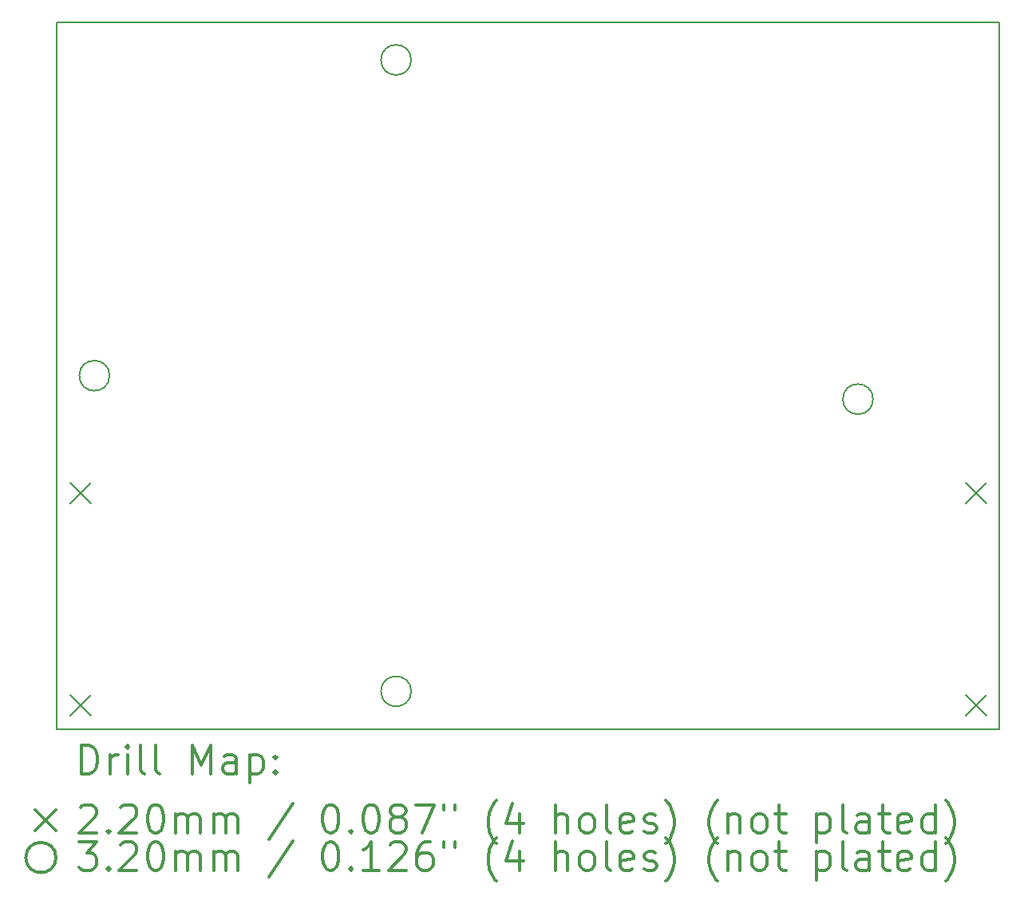
<source format=gbr>
%FSLAX45Y45*%
G04 Gerber Fmt 4.5, Leading zero omitted, Abs format (unit mm)*
G04 Created by KiCad (PCBNEW 4.0.7-e2-6376~60~ubuntu17.10.1) date Tue Mar 20 11:33:24 2018*
%MOMM*%
%LPD*%
G01*
G04 APERTURE LIST*
%ADD10C,0.127000*%
%ADD11C,0.150000*%
%ADD12C,0.200000*%
%ADD13C,0.300000*%
G04 APERTURE END LIST*
D10*
D11*
X11190Y10514D02*
X11190Y7510514D01*
X10011190Y10514D02*
X11190Y10514D01*
X10011190Y7510514D02*
X10011190Y10514D01*
X11190Y7510514D02*
X10011190Y7510514D01*
D12*
X151190Y2620514D02*
X371190Y2400514D01*
X371190Y2620514D02*
X151190Y2400514D01*
X151190Y370514D02*
X371190Y150514D01*
X371190Y370514D02*
X151190Y150514D01*
X9651190Y2620514D02*
X9871190Y2400514D01*
X9871190Y2620514D02*
X9651190Y2400514D01*
X9651190Y370514D02*
X9871190Y150514D01*
X9871190Y370514D02*
X9651190Y150514D01*
X571190Y3760514D02*
G75*
G03X571190Y3760514I-160000J0D01*
G01*
X3771190Y7110514D02*
G75*
G03X3771190Y7110514I-160000J0D01*
G01*
X3771190Y410514D02*
G75*
G03X3771190Y410514I-160000J0D01*
G01*
X8671190Y3510514D02*
G75*
G03X8671190Y3510514I-160000J0D01*
G01*
D13*
X275119Y-462700D02*
X275119Y-162700D01*
X346547Y-162700D01*
X389404Y-176986D01*
X417976Y-205557D01*
X432261Y-234129D01*
X446547Y-291272D01*
X446547Y-334129D01*
X432261Y-391272D01*
X417976Y-419843D01*
X389404Y-448415D01*
X346547Y-462700D01*
X275119Y-462700D01*
X575119Y-462700D02*
X575119Y-262700D01*
X575119Y-319843D02*
X589404Y-291272D01*
X603690Y-276986D01*
X632261Y-262700D01*
X660833Y-262700D01*
X760833Y-462700D02*
X760833Y-262700D01*
X760833Y-162700D02*
X746547Y-176986D01*
X760833Y-191272D01*
X775118Y-176986D01*
X760833Y-162700D01*
X760833Y-191272D01*
X946547Y-462700D02*
X917976Y-448415D01*
X903690Y-419843D01*
X903690Y-162700D01*
X1103690Y-462700D02*
X1075119Y-448415D01*
X1060833Y-419843D01*
X1060833Y-162700D01*
X1446547Y-462700D02*
X1446547Y-162700D01*
X1546547Y-376986D01*
X1646547Y-162700D01*
X1646547Y-462700D01*
X1917976Y-462700D02*
X1917976Y-305558D01*
X1903690Y-276986D01*
X1875118Y-262700D01*
X1817976Y-262700D01*
X1789404Y-276986D01*
X1917976Y-448415D02*
X1889404Y-462700D01*
X1817976Y-462700D01*
X1789404Y-448415D01*
X1775118Y-419843D01*
X1775118Y-391272D01*
X1789404Y-362700D01*
X1817976Y-348415D01*
X1889404Y-348415D01*
X1917976Y-334129D01*
X2060833Y-262700D02*
X2060833Y-562700D01*
X2060833Y-276986D02*
X2089404Y-262700D01*
X2146547Y-262700D01*
X2175119Y-276986D01*
X2189404Y-291272D01*
X2203690Y-319843D01*
X2203690Y-405557D01*
X2189404Y-434129D01*
X2175119Y-448415D01*
X2146547Y-462700D01*
X2089404Y-462700D01*
X2060833Y-448415D01*
X2332261Y-434129D02*
X2346547Y-448415D01*
X2332261Y-462700D01*
X2317976Y-448415D01*
X2332261Y-434129D01*
X2332261Y-462700D01*
X2332261Y-276986D02*
X2346547Y-291272D01*
X2332261Y-305558D01*
X2317976Y-291272D01*
X2332261Y-276986D01*
X2332261Y-305558D01*
X-216310Y-846986D02*
X3690Y-1066986D01*
X3690Y-846986D02*
X-216310Y-1066986D01*
X260833Y-821272D02*
X275119Y-806986D01*
X303690Y-792700D01*
X375118Y-792700D01*
X403690Y-806986D01*
X417976Y-821272D01*
X432261Y-849843D01*
X432261Y-878415D01*
X417976Y-921272D01*
X246547Y-1092700D01*
X432261Y-1092700D01*
X560833Y-1064129D02*
X575119Y-1078415D01*
X560833Y-1092700D01*
X546547Y-1078415D01*
X560833Y-1064129D01*
X560833Y-1092700D01*
X689404Y-821272D02*
X703690Y-806986D01*
X732261Y-792700D01*
X803690Y-792700D01*
X832261Y-806986D01*
X846547Y-821272D01*
X860833Y-849843D01*
X860833Y-878415D01*
X846547Y-921272D01*
X675118Y-1092700D01*
X860833Y-1092700D01*
X1046547Y-792700D02*
X1075119Y-792700D01*
X1103690Y-806986D01*
X1117976Y-821272D01*
X1132261Y-849843D01*
X1146547Y-906986D01*
X1146547Y-978415D01*
X1132261Y-1035557D01*
X1117976Y-1064129D01*
X1103690Y-1078415D01*
X1075119Y-1092700D01*
X1046547Y-1092700D01*
X1017976Y-1078415D01*
X1003690Y-1064129D01*
X989404Y-1035557D01*
X975118Y-978415D01*
X975118Y-906986D01*
X989404Y-849843D01*
X1003690Y-821272D01*
X1017976Y-806986D01*
X1046547Y-792700D01*
X1275119Y-1092700D02*
X1275119Y-892700D01*
X1275119Y-921272D02*
X1289404Y-906986D01*
X1317976Y-892700D01*
X1360833Y-892700D01*
X1389404Y-906986D01*
X1403690Y-935557D01*
X1403690Y-1092700D01*
X1403690Y-935557D02*
X1417976Y-906986D01*
X1446547Y-892700D01*
X1489404Y-892700D01*
X1517976Y-906986D01*
X1532261Y-935557D01*
X1532261Y-1092700D01*
X1675118Y-1092700D02*
X1675118Y-892700D01*
X1675118Y-921272D02*
X1689404Y-906986D01*
X1717976Y-892700D01*
X1760833Y-892700D01*
X1789404Y-906986D01*
X1803690Y-935557D01*
X1803690Y-1092700D01*
X1803690Y-935557D02*
X1817976Y-906986D01*
X1846547Y-892700D01*
X1889404Y-892700D01*
X1917976Y-906986D01*
X1932261Y-935557D01*
X1932261Y-1092700D01*
X2517976Y-778415D02*
X2260833Y-1164129D01*
X2903690Y-792700D02*
X2932261Y-792700D01*
X2960833Y-806986D01*
X2975118Y-821272D01*
X2989404Y-849843D01*
X3003690Y-906986D01*
X3003690Y-978415D01*
X2989404Y-1035557D01*
X2975118Y-1064129D01*
X2960833Y-1078415D01*
X2932261Y-1092700D01*
X2903690Y-1092700D01*
X2875118Y-1078415D01*
X2860833Y-1064129D01*
X2846547Y-1035557D01*
X2832261Y-978415D01*
X2832261Y-906986D01*
X2846547Y-849843D01*
X2860833Y-821272D01*
X2875118Y-806986D01*
X2903690Y-792700D01*
X3132261Y-1064129D02*
X3146547Y-1078415D01*
X3132261Y-1092700D01*
X3117976Y-1078415D01*
X3132261Y-1064129D01*
X3132261Y-1092700D01*
X3332261Y-792700D02*
X3360833Y-792700D01*
X3389404Y-806986D01*
X3403690Y-821272D01*
X3417975Y-849843D01*
X3432261Y-906986D01*
X3432261Y-978415D01*
X3417975Y-1035557D01*
X3403690Y-1064129D01*
X3389404Y-1078415D01*
X3360833Y-1092700D01*
X3332261Y-1092700D01*
X3303690Y-1078415D01*
X3289404Y-1064129D01*
X3275118Y-1035557D01*
X3260833Y-978415D01*
X3260833Y-906986D01*
X3275118Y-849843D01*
X3289404Y-821272D01*
X3303690Y-806986D01*
X3332261Y-792700D01*
X3603690Y-921272D02*
X3575118Y-906986D01*
X3560833Y-892700D01*
X3546547Y-864129D01*
X3546547Y-849843D01*
X3560833Y-821272D01*
X3575118Y-806986D01*
X3603690Y-792700D01*
X3660833Y-792700D01*
X3689404Y-806986D01*
X3703690Y-821272D01*
X3717975Y-849843D01*
X3717975Y-864129D01*
X3703690Y-892700D01*
X3689404Y-906986D01*
X3660833Y-921272D01*
X3603690Y-921272D01*
X3575118Y-935557D01*
X3560833Y-949843D01*
X3546547Y-978415D01*
X3546547Y-1035557D01*
X3560833Y-1064129D01*
X3575118Y-1078415D01*
X3603690Y-1092700D01*
X3660833Y-1092700D01*
X3689404Y-1078415D01*
X3703690Y-1064129D01*
X3717975Y-1035557D01*
X3717975Y-978415D01*
X3703690Y-949843D01*
X3689404Y-935557D01*
X3660833Y-921272D01*
X3817975Y-792700D02*
X4017975Y-792700D01*
X3889404Y-1092700D01*
X4117976Y-792700D02*
X4117976Y-849843D01*
X4232261Y-792700D02*
X4232261Y-849843D01*
X4675118Y-1206986D02*
X4660833Y-1192700D01*
X4632261Y-1149843D01*
X4617976Y-1121272D01*
X4603690Y-1078415D01*
X4589404Y-1006986D01*
X4589404Y-949843D01*
X4603690Y-878415D01*
X4617976Y-835557D01*
X4632261Y-806986D01*
X4660833Y-764129D01*
X4675118Y-749843D01*
X4917976Y-892700D02*
X4917976Y-1092700D01*
X4846547Y-778415D02*
X4775118Y-992700D01*
X4960833Y-992700D01*
X5303690Y-1092700D02*
X5303690Y-792700D01*
X5432261Y-1092700D02*
X5432261Y-935557D01*
X5417976Y-906986D01*
X5389404Y-892700D01*
X5346547Y-892700D01*
X5317976Y-906986D01*
X5303690Y-921272D01*
X5617975Y-1092700D02*
X5589404Y-1078415D01*
X5575118Y-1064129D01*
X5560833Y-1035557D01*
X5560833Y-949843D01*
X5575118Y-921272D01*
X5589404Y-906986D01*
X5617975Y-892700D01*
X5660833Y-892700D01*
X5689404Y-906986D01*
X5703690Y-921272D01*
X5717975Y-949843D01*
X5717975Y-1035557D01*
X5703690Y-1064129D01*
X5689404Y-1078415D01*
X5660833Y-1092700D01*
X5617975Y-1092700D01*
X5889404Y-1092700D02*
X5860833Y-1078415D01*
X5846547Y-1049843D01*
X5846547Y-792700D01*
X6117976Y-1078415D02*
X6089404Y-1092700D01*
X6032261Y-1092700D01*
X6003690Y-1078415D01*
X5989404Y-1049843D01*
X5989404Y-935557D01*
X6003690Y-906986D01*
X6032261Y-892700D01*
X6089404Y-892700D01*
X6117976Y-906986D01*
X6132261Y-935557D01*
X6132261Y-964129D01*
X5989404Y-992700D01*
X6246547Y-1078415D02*
X6275118Y-1092700D01*
X6332261Y-1092700D01*
X6360833Y-1078415D01*
X6375118Y-1049843D01*
X6375118Y-1035557D01*
X6360833Y-1006986D01*
X6332261Y-992700D01*
X6289404Y-992700D01*
X6260833Y-978415D01*
X6246547Y-949843D01*
X6246547Y-935557D01*
X6260833Y-906986D01*
X6289404Y-892700D01*
X6332261Y-892700D01*
X6360833Y-906986D01*
X6475118Y-1206986D02*
X6489404Y-1192700D01*
X6517976Y-1149843D01*
X6532261Y-1121272D01*
X6546547Y-1078415D01*
X6560833Y-1006986D01*
X6560833Y-949843D01*
X6546547Y-878415D01*
X6532261Y-835557D01*
X6517976Y-806986D01*
X6489404Y-764129D01*
X6475118Y-749843D01*
X7017976Y-1206986D02*
X7003690Y-1192700D01*
X6975118Y-1149843D01*
X6960833Y-1121272D01*
X6946547Y-1078415D01*
X6932261Y-1006986D01*
X6932261Y-949843D01*
X6946547Y-878415D01*
X6960833Y-835557D01*
X6975118Y-806986D01*
X7003690Y-764129D01*
X7017976Y-749843D01*
X7132261Y-892700D02*
X7132261Y-1092700D01*
X7132261Y-921272D02*
X7146547Y-906986D01*
X7175118Y-892700D01*
X7217976Y-892700D01*
X7246547Y-906986D01*
X7260833Y-935557D01*
X7260833Y-1092700D01*
X7446547Y-1092700D02*
X7417976Y-1078415D01*
X7403690Y-1064129D01*
X7389404Y-1035557D01*
X7389404Y-949843D01*
X7403690Y-921272D01*
X7417976Y-906986D01*
X7446547Y-892700D01*
X7489404Y-892700D01*
X7517976Y-906986D01*
X7532261Y-921272D01*
X7546547Y-949843D01*
X7546547Y-1035557D01*
X7532261Y-1064129D01*
X7517976Y-1078415D01*
X7489404Y-1092700D01*
X7446547Y-1092700D01*
X7632261Y-892700D02*
X7746547Y-892700D01*
X7675118Y-792700D02*
X7675118Y-1049843D01*
X7689404Y-1078415D01*
X7717976Y-1092700D01*
X7746547Y-1092700D01*
X8075118Y-892700D02*
X8075118Y-1192700D01*
X8075118Y-906986D02*
X8103690Y-892700D01*
X8160833Y-892700D01*
X8189404Y-906986D01*
X8203690Y-921272D01*
X8217976Y-949843D01*
X8217976Y-1035557D01*
X8203690Y-1064129D01*
X8189404Y-1078415D01*
X8160833Y-1092700D01*
X8103690Y-1092700D01*
X8075118Y-1078415D01*
X8389404Y-1092700D02*
X8360833Y-1078415D01*
X8346547Y-1049843D01*
X8346547Y-792700D01*
X8632261Y-1092700D02*
X8632261Y-935557D01*
X8617976Y-906986D01*
X8589404Y-892700D01*
X8532261Y-892700D01*
X8503690Y-906986D01*
X8632261Y-1078415D02*
X8603690Y-1092700D01*
X8532261Y-1092700D01*
X8503690Y-1078415D01*
X8489404Y-1049843D01*
X8489404Y-1021272D01*
X8503690Y-992700D01*
X8532261Y-978415D01*
X8603690Y-978415D01*
X8632261Y-964129D01*
X8732261Y-892700D02*
X8846547Y-892700D01*
X8775119Y-792700D02*
X8775119Y-1049843D01*
X8789404Y-1078415D01*
X8817976Y-1092700D01*
X8846547Y-1092700D01*
X9060833Y-1078415D02*
X9032262Y-1092700D01*
X8975119Y-1092700D01*
X8946547Y-1078415D01*
X8932262Y-1049843D01*
X8932262Y-935557D01*
X8946547Y-906986D01*
X8975119Y-892700D01*
X9032262Y-892700D01*
X9060833Y-906986D01*
X9075119Y-935557D01*
X9075119Y-964129D01*
X8932262Y-992700D01*
X9332262Y-1092700D02*
X9332262Y-792700D01*
X9332262Y-1078415D02*
X9303690Y-1092700D01*
X9246547Y-1092700D01*
X9217976Y-1078415D01*
X9203690Y-1064129D01*
X9189404Y-1035557D01*
X9189404Y-949843D01*
X9203690Y-921272D01*
X9217976Y-906986D01*
X9246547Y-892700D01*
X9303690Y-892700D01*
X9332262Y-906986D01*
X9446547Y-1206986D02*
X9460833Y-1192700D01*
X9489404Y-1149843D01*
X9503690Y-1121272D01*
X9517976Y-1078415D01*
X9532262Y-1006986D01*
X9532262Y-949843D01*
X9517976Y-878415D01*
X9503690Y-835557D01*
X9489404Y-806986D01*
X9460833Y-764129D01*
X9446547Y-749843D01*
X3690Y-1352986D02*
G75*
G03X3690Y-1352986I-160000J0D01*
G01*
X246547Y-1188700D02*
X432261Y-1188700D01*
X332261Y-1302986D01*
X375118Y-1302986D01*
X403690Y-1317272D01*
X417976Y-1331558D01*
X432261Y-1360129D01*
X432261Y-1431557D01*
X417976Y-1460129D01*
X403690Y-1474415D01*
X375118Y-1488700D01*
X289404Y-1488700D01*
X260833Y-1474415D01*
X246547Y-1460129D01*
X560833Y-1460129D02*
X575119Y-1474415D01*
X560833Y-1488700D01*
X546547Y-1474415D01*
X560833Y-1460129D01*
X560833Y-1488700D01*
X689404Y-1217272D02*
X703690Y-1202986D01*
X732261Y-1188700D01*
X803690Y-1188700D01*
X832261Y-1202986D01*
X846547Y-1217272D01*
X860833Y-1245843D01*
X860833Y-1274415D01*
X846547Y-1317272D01*
X675118Y-1488700D01*
X860833Y-1488700D01*
X1046547Y-1188700D02*
X1075119Y-1188700D01*
X1103690Y-1202986D01*
X1117976Y-1217272D01*
X1132261Y-1245843D01*
X1146547Y-1302986D01*
X1146547Y-1374415D01*
X1132261Y-1431557D01*
X1117976Y-1460129D01*
X1103690Y-1474415D01*
X1075119Y-1488700D01*
X1046547Y-1488700D01*
X1017976Y-1474415D01*
X1003690Y-1460129D01*
X989404Y-1431557D01*
X975118Y-1374415D01*
X975118Y-1302986D01*
X989404Y-1245843D01*
X1003690Y-1217272D01*
X1017976Y-1202986D01*
X1046547Y-1188700D01*
X1275119Y-1488700D02*
X1275119Y-1288700D01*
X1275119Y-1317272D02*
X1289404Y-1302986D01*
X1317976Y-1288700D01*
X1360833Y-1288700D01*
X1389404Y-1302986D01*
X1403690Y-1331558D01*
X1403690Y-1488700D01*
X1403690Y-1331558D02*
X1417976Y-1302986D01*
X1446547Y-1288700D01*
X1489404Y-1288700D01*
X1517976Y-1302986D01*
X1532261Y-1331558D01*
X1532261Y-1488700D01*
X1675118Y-1488700D02*
X1675118Y-1288700D01*
X1675118Y-1317272D02*
X1689404Y-1302986D01*
X1717976Y-1288700D01*
X1760833Y-1288700D01*
X1789404Y-1302986D01*
X1803690Y-1331558D01*
X1803690Y-1488700D01*
X1803690Y-1331558D02*
X1817976Y-1302986D01*
X1846547Y-1288700D01*
X1889404Y-1288700D01*
X1917976Y-1302986D01*
X1932261Y-1331558D01*
X1932261Y-1488700D01*
X2517976Y-1174415D02*
X2260833Y-1560129D01*
X2903690Y-1188700D02*
X2932261Y-1188700D01*
X2960833Y-1202986D01*
X2975118Y-1217272D01*
X2989404Y-1245843D01*
X3003690Y-1302986D01*
X3003690Y-1374415D01*
X2989404Y-1431557D01*
X2975118Y-1460129D01*
X2960833Y-1474415D01*
X2932261Y-1488700D01*
X2903690Y-1488700D01*
X2875118Y-1474415D01*
X2860833Y-1460129D01*
X2846547Y-1431557D01*
X2832261Y-1374415D01*
X2832261Y-1302986D01*
X2846547Y-1245843D01*
X2860833Y-1217272D01*
X2875118Y-1202986D01*
X2903690Y-1188700D01*
X3132261Y-1460129D02*
X3146547Y-1474415D01*
X3132261Y-1488700D01*
X3117976Y-1474415D01*
X3132261Y-1460129D01*
X3132261Y-1488700D01*
X3432261Y-1488700D02*
X3260833Y-1488700D01*
X3346547Y-1488700D02*
X3346547Y-1188700D01*
X3317975Y-1231558D01*
X3289404Y-1260129D01*
X3260833Y-1274415D01*
X3546547Y-1217272D02*
X3560833Y-1202986D01*
X3589404Y-1188700D01*
X3660833Y-1188700D01*
X3689404Y-1202986D01*
X3703690Y-1217272D01*
X3717975Y-1245843D01*
X3717975Y-1274415D01*
X3703690Y-1317272D01*
X3532261Y-1488700D01*
X3717975Y-1488700D01*
X3975118Y-1188700D02*
X3917975Y-1188700D01*
X3889404Y-1202986D01*
X3875118Y-1217272D01*
X3846547Y-1260129D01*
X3832261Y-1317272D01*
X3832261Y-1431557D01*
X3846547Y-1460129D01*
X3860833Y-1474415D01*
X3889404Y-1488700D01*
X3946547Y-1488700D01*
X3975118Y-1474415D01*
X3989404Y-1460129D01*
X4003690Y-1431557D01*
X4003690Y-1360129D01*
X3989404Y-1331558D01*
X3975118Y-1317272D01*
X3946547Y-1302986D01*
X3889404Y-1302986D01*
X3860833Y-1317272D01*
X3846547Y-1331558D01*
X3832261Y-1360129D01*
X4117976Y-1188700D02*
X4117976Y-1245843D01*
X4232261Y-1188700D02*
X4232261Y-1245843D01*
X4675118Y-1602986D02*
X4660833Y-1588700D01*
X4632261Y-1545843D01*
X4617976Y-1517272D01*
X4603690Y-1474415D01*
X4589404Y-1402986D01*
X4589404Y-1345843D01*
X4603690Y-1274415D01*
X4617976Y-1231558D01*
X4632261Y-1202986D01*
X4660833Y-1160129D01*
X4675118Y-1145843D01*
X4917976Y-1288700D02*
X4917976Y-1488700D01*
X4846547Y-1174415D02*
X4775118Y-1388700D01*
X4960833Y-1388700D01*
X5303690Y-1488700D02*
X5303690Y-1188700D01*
X5432261Y-1488700D02*
X5432261Y-1331558D01*
X5417976Y-1302986D01*
X5389404Y-1288700D01*
X5346547Y-1288700D01*
X5317976Y-1302986D01*
X5303690Y-1317272D01*
X5617975Y-1488700D02*
X5589404Y-1474415D01*
X5575118Y-1460129D01*
X5560833Y-1431557D01*
X5560833Y-1345843D01*
X5575118Y-1317272D01*
X5589404Y-1302986D01*
X5617975Y-1288700D01*
X5660833Y-1288700D01*
X5689404Y-1302986D01*
X5703690Y-1317272D01*
X5717975Y-1345843D01*
X5717975Y-1431557D01*
X5703690Y-1460129D01*
X5689404Y-1474415D01*
X5660833Y-1488700D01*
X5617975Y-1488700D01*
X5889404Y-1488700D02*
X5860833Y-1474415D01*
X5846547Y-1445843D01*
X5846547Y-1188700D01*
X6117976Y-1474415D02*
X6089404Y-1488700D01*
X6032261Y-1488700D01*
X6003690Y-1474415D01*
X5989404Y-1445843D01*
X5989404Y-1331558D01*
X6003690Y-1302986D01*
X6032261Y-1288700D01*
X6089404Y-1288700D01*
X6117976Y-1302986D01*
X6132261Y-1331558D01*
X6132261Y-1360129D01*
X5989404Y-1388700D01*
X6246547Y-1474415D02*
X6275118Y-1488700D01*
X6332261Y-1488700D01*
X6360833Y-1474415D01*
X6375118Y-1445843D01*
X6375118Y-1431557D01*
X6360833Y-1402986D01*
X6332261Y-1388700D01*
X6289404Y-1388700D01*
X6260833Y-1374415D01*
X6246547Y-1345843D01*
X6246547Y-1331558D01*
X6260833Y-1302986D01*
X6289404Y-1288700D01*
X6332261Y-1288700D01*
X6360833Y-1302986D01*
X6475118Y-1602986D02*
X6489404Y-1588700D01*
X6517976Y-1545843D01*
X6532261Y-1517272D01*
X6546547Y-1474415D01*
X6560833Y-1402986D01*
X6560833Y-1345843D01*
X6546547Y-1274415D01*
X6532261Y-1231558D01*
X6517976Y-1202986D01*
X6489404Y-1160129D01*
X6475118Y-1145843D01*
X7017976Y-1602986D02*
X7003690Y-1588700D01*
X6975118Y-1545843D01*
X6960833Y-1517272D01*
X6946547Y-1474415D01*
X6932261Y-1402986D01*
X6932261Y-1345843D01*
X6946547Y-1274415D01*
X6960833Y-1231558D01*
X6975118Y-1202986D01*
X7003690Y-1160129D01*
X7017976Y-1145843D01*
X7132261Y-1288700D02*
X7132261Y-1488700D01*
X7132261Y-1317272D02*
X7146547Y-1302986D01*
X7175118Y-1288700D01*
X7217976Y-1288700D01*
X7246547Y-1302986D01*
X7260833Y-1331558D01*
X7260833Y-1488700D01*
X7446547Y-1488700D02*
X7417976Y-1474415D01*
X7403690Y-1460129D01*
X7389404Y-1431557D01*
X7389404Y-1345843D01*
X7403690Y-1317272D01*
X7417976Y-1302986D01*
X7446547Y-1288700D01*
X7489404Y-1288700D01*
X7517976Y-1302986D01*
X7532261Y-1317272D01*
X7546547Y-1345843D01*
X7546547Y-1431557D01*
X7532261Y-1460129D01*
X7517976Y-1474415D01*
X7489404Y-1488700D01*
X7446547Y-1488700D01*
X7632261Y-1288700D02*
X7746547Y-1288700D01*
X7675118Y-1188700D02*
X7675118Y-1445843D01*
X7689404Y-1474415D01*
X7717976Y-1488700D01*
X7746547Y-1488700D01*
X8075118Y-1288700D02*
X8075118Y-1588700D01*
X8075118Y-1302986D02*
X8103690Y-1288700D01*
X8160833Y-1288700D01*
X8189404Y-1302986D01*
X8203690Y-1317272D01*
X8217976Y-1345843D01*
X8217976Y-1431557D01*
X8203690Y-1460129D01*
X8189404Y-1474415D01*
X8160833Y-1488700D01*
X8103690Y-1488700D01*
X8075118Y-1474415D01*
X8389404Y-1488700D02*
X8360833Y-1474415D01*
X8346547Y-1445843D01*
X8346547Y-1188700D01*
X8632261Y-1488700D02*
X8632261Y-1331558D01*
X8617976Y-1302986D01*
X8589404Y-1288700D01*
X8532261Y-1288700D01*
X8503690Y-1302986D01*
X8632261Y-1474415D02*
X8603690Y-1488700D01*
X8532261Y-1488700D01*
X8503690Y-1474415D01*
X8489404Y-1445843D01*
X8489404Y-1417272D01*
X8503690Y-1388700D01*
X8532261Y-1374415D01*
X8603690Y-1374415D01*
X8632261Y-1360129D01*
X8732261Y-1288700D02*
X8846547Y-1288700D01*
X8775119Y-1188700D02*
X8775119Y-1445843D01*
X8789404Y-1474415D01*
X8817976Y-1488700D01*
X8846547Y-1488700D01*
X9060833Y-1474415D02*
X9032262Y-1488700D01*
X8975119Y-1488700D01*
X8946547Y-1474415D01*
X8932262Y-1445843D01*
X8932262Y-1331558D01*
X8946547Y-1302986D01*
X8975119Y-1288700D01*
X9032262Y-1288700D01*
X9060833Y-1302986D01*
X9075119Y-1331558D01*
X9075119Y-1360129D01*
X8932262Y-1388700D01*
X9332262Y-1488700D02*
X9332262Y-1188700D01*
X9332262Y-1474415D02*
X9303690Y-1488700D01*
X9246547Y-1488700D01*
X9217976Y-1474415D01*
X9203690Y-1460129D01*
X9189404Y-1431557D01*
X9189404Y-1345843D01*
X9203690Y-1317272D01*
X9217976Y-1302986D01*
X9246547Y-1288700D01*
X9303690Y-1288700D01*
X9332262Y-1302986D01*
X9446547Y-1602986D02*
X9460833Y-1588700D01*
X9489404Y-1545843D01*
X9503690Y-1517272D01*
X9517976Y-1474415D01*
X9532262Y-1402986D01*
X9532262Y-1345843D01*
X9517976Y-1274415D01*
X9503690Y-1231558D01*
X9489404Y-1202986D01*
X9460833Y-1160129D01*
X9446547Y-1145843D01*
M02*

</source>
